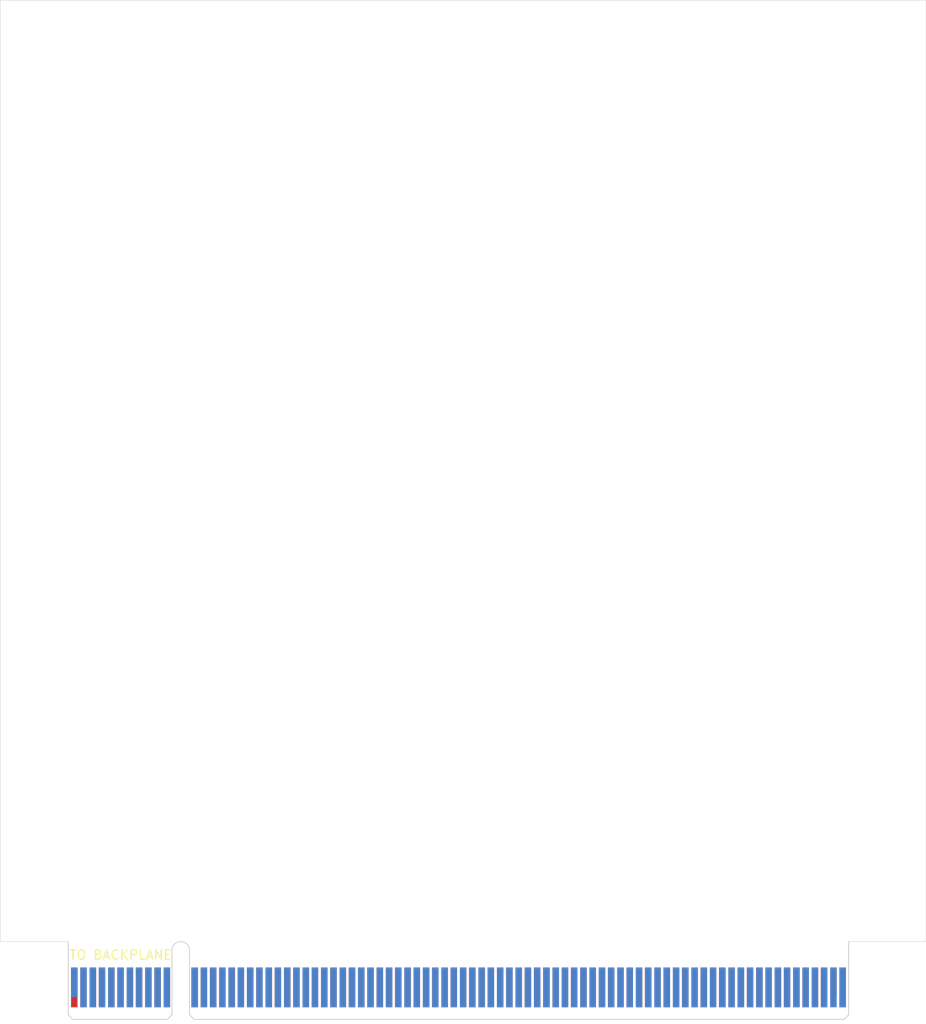
<source format=kicad_pcb>
(kicad_pcb (version 20241229) (generator "pcbnew") (generator_version "9.0")
  (layers (0 "F.Cu" signal) (2 "B.Cu" signal) (13 "F.Paste" user) (15 "B.Paste" user) (5 "F.SilkS" user "F.Silkscreen") (7 "B.SilkS" user "B.Silkscreen") (1 "F.Mask" user) (3 "B.Mask" user) (25 "Edge.Cuts" user))
  (net 0 "")
  (net 1 "/IntReq")
  (net 2 "/BUS1")
  (net 3 "/Reset")
  (net 4 "/AddrLowIn")
  (net 5 "/AddrInc")
  (net 6 "VCC")
  (net 7 "GND")
  (net 8 "/BUS7")
  (net 9 "/AddrDec")
  (net 10 "/BUS3")
  (net 11 "/BUS2")
  (net 12 "/BUS6")
  (net 13 "/~{Clk}")
  (net 14 "/Pulse")
  (net 15 "/BUS0")
  (net 16 "/BUS5")
  (net 17 "/BUS4")
  (net 18 "/AddrHighIn")
  (net 23 "/~{MemWrite}")
  (net 26 "/~{Halt}")
  (net 59 "/~{Wait}")
  (net 67 "/~{IntAck}")
  (net 73 "/~{MemRead}")
  (footprint "Connector_PCBEdge:BUS_PCIexpress_x16" (layer "F.Cu") (at 78 129.55)
    (property "Reference" "TO BACKPLANE" (at 5 -3.5 0) (layer "F.SilkS"))
    (property "Value" "BusConnector" (hide yes))
    (fp_line (start -0.65 -4.95) (end -0.65 2.95) (stroke (width 0.1)) (layer "Edge.Cuts"))
    (fp_line (start -0.65 2.95) (end -0.15 3.45) (stroke (width 0.1)) (layer "Edge.Cuts"))
    (fp_line (start -0.15 3.45) (end 10.05 3.45) (stroke (width 0.1)) (layer "Edge.Cuts"))
    (fp_line (start 10.55 -4) (end 10.55 2.95) (stroke (width 0.1)) (layer "Edge.Cuts"))
    (fp_line (start 10.55 2.95) (end 10.05 3.45) (stroke (width 0.1)) (layer "Edge.Cuts"))
    (fp_line (start 12.45 -4) (end 12.45 2.95) (stroke (width 0.1)) (layer "Edge.Cuts"))
    (fp_line (start 12.45 2.95) (end 12.95 3.45) (stroke (width 0.1)) (layer "Edge.Cuts"))
    (fp_line (start 12.95 3.45) (end 83.15 3.45) (stroke (width 0.1)) (layer "Edge.Cuts"))
    (fp_line (start 83.65 -4.95) (end 83.65 2.95) (stroke (width 0.1)) (layer "Edge.Cuts"))
    (fp_line (start 83.65 2.95) (end 83.15 3.45) (stroke (width 0.1)) (layer "Edge.Cuts"))
    (fp_arc (start 10.55 -4) (mid 11.5 -4.95) (end 12.45 -4) (stroke (width 0.1)) (layer "Edge.Cuts"))
    (pad "A1" connect rect (at 0 -0.55) (size 0.7 3.2) (layers "B.Cu" "B.Mask") (net 6 "VCC"))
    (pad "A2" connect rect (at 1 0) (size 0.7 4.3) (layers "B.Cu" "B.Mask") (net 6 "VCC"))
    (pad "A3" connect rect (at 2 0) (size 0.7 4.3) (layers "B.Cu" "B.Mask") (net 6 "VCC"))
    (pad "A4" connect rect (at 3 0) (size 0.7 4.3) (layers "B.Cu" "B.Mask") (net 6 "VCC"))
    (pad "A5" connect rect (at 4 0) (size 0.7 4.3) (layers "B.Cu" "B.Mask") (net 6 "VCC"))
    (pad "A6" connect rect (at 5 0) (size 0.7 4.3) (layers "B.Cu" "B.Mask"))
    (pad "A7" connect rect (at 6 0) (size 0.7 4.3) (layers "B.Cu" "B.Mask"))
    (pad "A8" connect rect (at 7 0) (size 0.7 4.3) (layers "B.Cu" "B.Mask"))
    (pad "A9" connect rect (at 8 0) (size 0.7 4.3) (layers "B.Cu" "B.Mask"))
    (pad "A10" connect rect (at 9 0) (size 0.7 4.3) (layers "B.Cu" "B.Mask"))
    (pad "A11" connect rect (at 10 0) (size 0.7 4.3) (layers "B.Cu" "B.Mask"))
    (pad "A12" connect rect (at 13 0) (size 0.7 4.3) (layers "B.Cu" "B.Mask") (net 7 "GND"))
    (pad "A13" connect rect (at 14 0) (size 0.7 4.3) (layers "B.Cu" "B.Mask") (net 7 "GND"))
    (pad "A14" connect rect (at 15 0) (size 0.7 4.3) (layers "B.Cu" "B.Mask") (net 23 "/~{MemWrite}"))
    (pad "A15" connect rect (at 16 0) (size 0.7 4.3) (layers "B.Cu" "B.Mask"))
    (pad "A16" connect rect (at 17 0) (size 0.7 4.3) (layers "B.Cu" "B.Mask"))
    (pad "A17" connect rect (at 18 0) (size 0.7 4.3) (layers "B.Cu" "B.Mask"))
    (pad "A18" connect rect (at 19 0) (size 0.7 4.3) (layers "B.Cu" "B.Mask"))
    (pad "A19" connect rect (at 20 0) (size 0.7 4.3) (layers "B.Cu" "B.Mask"))
    (pad "A20" connect rect (at 21 0) (size 0.7 4.3) (layers "B.Cu" "B.Mask"))
    (pad "A21" connect rect (at 22 0) (size 0.7 4.3) (layers "B.Cu" "B.Mask"))
    (pad "A22" connect rect (at 23 0) (size 0.7 4.3) (layers "B.Cu" "B.Mask"))
    (pad "A23" connect rect (at 24 0) (size 0.7 4.3) (layers "B.Cu" "B.Mask") (net 7 "GND"))
    (pad "A24" connect rect (at 25 0) (size 0.7 4.3) (layers "B.Cu" "B.Mask"))
    (pad "A25" connect rect (at 26 0) (size 0.7 4.3) (layers "B.Cu" "B.Mask"))
    (pad "A26" connect rect (at 27 0) (size 0.7 4.3) (layers "B.Cu" "B.Mask"))
    (pad "A27" connect rect (at 28 0) (size 0.7 4.3) (layers "B.Cu" "B.Mask"))
    (pad "A28" connect rect (at 29 0) (size 0.7 4.3) (layers "B.Cu" "B.Mask"))
    (pad "A29" connect rect (at 30 0) (size 0.7 4.3) (layers "B.Cu" "B.Mask"))
    (pad "A30" connect rect (at 31 0) (size 0.7 4.3) (layers "B.Cu" "B.Mask") (net 18 "/AddrHighIn"))
    (pad "A31" connect rect (at 32 0) (size 0.7 4.3) (layers "B.Cu" "B.Mask") (net 4 "/AddrLowIn"))
    (pad "A32" connect rect (at 33 0) (size 0.7 4.3) (layers "B.Cu" "B.Mask") (net 7 "GND"))
    (pad "A33" connect rect (at 34 0) (size 0.7 4.3) (layers "B.Cu" "B.Mask"))
    (pad "A34" connect rect (at 35 0) (size 0.7 4.3) (layers "B.Cu" "B.Mask"))
    (pad "A35" connect rect (at 36 0) (size 0.7 4.3) (layers "B.Cu" "B.Mask"))
    (pad "A36" connect rect (at 37 0) (size 0.7 4.3) (layers "B.Cu" "B.Mask"))
    (pad "A37" connect rect (at 38 0) (size 0.7 4.3) (layers "B.Cu" "B.Mask"))
    (pad "A38" connect rect (at 39 0) (size 0.7 4.3) (layers "B.Cu" "B.Mask"))
    (pad "A39" connect rect (at 40 0) (size 0.7 4.3) (layers "B.Cu" "B.Mask"))
    (pad "A40" connect rect (at 41 0) (size 0.7 4.3) (layers "B.Cu" "B.Mask"))
    (pad "A41" connect rect (at 42 0) (size 0.7 4.3) (layers "B.Cu" "B.Mask") (net 7 "GND"))
    (pad "A42" connect rect (at 43 0) (size 0.7 4.3) (layers "B.Cu" "B.Mask"))
    (pad "A43" connect rect (at 44 0) (size 0.7 4.3) (layers "B.Cu" "B.Mask"))
    (pad "A44" connect rect (at 45 0) (size 0.7 4.3) (layers "B.Cu" "B.Mask"))
    (pad "A45" connect rect (at 46 0) (size 0.7 4.3) (layers "B.Cu" "B.Mask"))
    (pad "A46" connect rect (at 47 0) (size 0.7 4.3) (layers "B.Cu" "B.Mask"))
    (pad "A47" connect rect (at 48 0) (size 0.7 4.3) (layers "B.Cu" "B.Mask"))
    (pad "A48" connect rect (at 49 0) (size 0.7 4.3) (layers "B.Cu" "B.Mask"))
    (pad "A49" connect rect (at 50 0) (size 0.7 4.3) (layers "B.Cu" "B.Mask"))
    (pad "A50" connect rect (at 51 0) (size 0.7 4.3) (layers "B.Cu" "B.Mask") (net 7 "GND"))
    (pad "A51" connect rect (at 52 0) (size 0.7 4.3) (layers "B.Cu" "B.Mask") (net 15 "/BUS0"))
    (pad "A52" connect rect (at 53 0) (size 0.7 4.3) (layers "B.Cu" "B.Mask") (net 2 "/BUS1"))
    (pad "A53" connect rect (at 54 0) (size 0.7 4.3) (layers "B.Cu" "B.Mask") (net 11 "/BUS2"))
    (pad "A54" connect rect (at 55 0) (size 0.7 4.3) (layers "B.Cu" "B.Mask") (net 10 "/BUS3"))
    (pad "A55" connect rect (at 56 0) (size 0.7 4.3) (layers "B.Cu" "B.Mask") (net 17 "/BUS4"))
    (pad "A56" connect rect (at 57 0) (size 0.7 4.3) (layers "B.Cu" "B.Mask") (net 16 "/BUS5"))
    (pad "A57" connect rect (at 58 0) (size 0.7 4.3) (layers "B.Cu" "B.Mask") (net 12 "/BUS6"))
    (pad "A58" connect rect (at 59 0) (size 0.7 4.3) (layers "B.Cu" "B.Mask") (net 8 "/BUS7"))
    (pad "A59" connect rect (at 60 0) (size 0.7 4.3) (layers "B.Cu" "B.Mask") (net 7 "GND"))
    (pad "A60" connect rect (at 61 0) (size 0.7 4.3) (layers "B.Cu" "B.Mask"))
    (pad "A61" connect rect (at 62 0) (size 0.7 4.3) (layers "B.Cu" "B.Mask"))
    (pad "A62" connect rect (at 63 0) (size 0.7 4.3) (layers "B.Cu" "B.Mask"))
    (pad "A63" connect rect (at 64 0) (size 0.7 4.3) (layers "B.Cu" "B.Mask") (net 7 "GND"))
    (pad "A64" connect rect (at 65 0) (size 0.7 4.3) (layers "B.Cu" "B.Mask") (net 7 "GND"))
    (pad "A65" connect rect (at 66 0) (size 0.7 4.3) (layers "B.Cu" "B.Mask") (net 7 "GND"))
    (pad "A66" connect rect (at 67 0) (size 0.7 4.3) (layers "B.Cu" "B.Mask") (net 7 "GND"))
    (pad "A67" connect rect (at 68 0) (size 0.7 4.3) (layers "B.Cu" "B.Mask") (net 1 "/IntReq"))
    (pad "A68" connect rect (at 69 0) (size 0.7 4.3) (layers "B.Cu" "B.Mask") (net 59 "/~{Wait}"))
    (pad "A69" connect rect (at 70 0) (size 0.7 4.3) (layers "B.Cu" "B.Mask") (net 3 "/Reset"))
    (pad "A70" connect rect (at 71 0) (size 0.7 4.3) (layers "B.Cu" "B.Mask") (net 7 "GND"))
    (pad "A71" connect rect (at 72 0) (size 0.7 4.3) (layers "B.Cu" "B.Mask") (net 7 "GND"))
    (pad "A72" connect rect (at 73 0) (size 0.7 4.3) (layers "B.Cu" "B.Mask") (net 7 "GND"))
    (pad "A73" connect rect (at 74 0) (size 0.7 4.3) (layers "B.Cu" "B.Mask") (net 7 "GND"))
    (pad "A74" connect rect (at 75 0) (size 0.7 4.3) (layers "B.Cu" "B.Mask") (net 7 "GND"))
    (pad "A75" connect rect (at 76 0) (size 0.7 4.3) (layers "B.Cu" "B.Mask") (net 7 "GND"))
    (pad "A76" connect rect (at 77 0) (size 0.7 4.3) (layers "B.Cu" "B.Mask") (net 7 "GND"))
    (pad "A77" connect rect (at 78 0) (size 0.7 4.3) (layers "B.Cu" "B.Mask"))
    (pad "A78" connect rect (at 79 0) (size 0.7 4.3) (layers "B.Cu" "B.Mask"))
    (pad "A79" connect rect (at 80 0) (size 0.7 4.3) (layers "B.Cu" "B.Mask"))
    (pad "A80" connect rect (at 81 0) (size 0.7 4.3) (layers "B.Cu" "B.Mask"))
    (pad "A81" connect rect (at 82 0) (size 0.7 4.3) (layers "B.Cu" "B.Mask"))
    (pad "A82" connect rect (at 83 0) (size 0.7 4.3) (layers "B.Cu" "B.Mask"))
    (pad "B1" connect rect (at 0 0) (size 0.7 4.3) (layers "F.Cu" "F.Mask") (net 6 "VCC"))
    (pad "B2" connect rect (at 1 0) (size 0.7 4.3) (layers "F.Cu" "F.Mask") (net 6 "VCC"))
    (pad "B3" connect rect (at 2 0) (size 0.7 4.3) (layers "F.Cu" "F.Mask") (net 6 "VCC"))
    (pad "B4" connect rect (at 3 0) (size 0.7 4.3) (layers "F.Cu" "F.Mask") (net 6 "VCC"))
    (pad "B5" connect rect (at 4 0) (size 0.7 4.3) (layers "F.Cu" "F.Mask") (net 6 "VCC"))
    (pad "B6" connect rect (at 5 0) (size 0.7 4.3) (layers "F.Cu" "F.Mask"))
    (pad "B7" connect rect (at 6 0) (size 0.7 4.3) (layers "F.Cu" "F.Mask"))
    (pad "B8" connect rect (at 7 0) (size 0.7 4.3) (layers "F.Cu" "F.Mask"))
    (pad "B9" connect rect (at 8 0) (size 0.7 4.3) (layers "F.Cu" "F.Mask"))
    (pad "B10" connect rect (at 9 0) (size 0.7 4.3) (layers "F.Cu" "F.Mask"))
    (pad "B11" connect rect (at 10 0) (size 0.7 4.3) (layers "F.Cu" "F.Mask"))
    (pad "B12" connect rect (at 13 0) (size 0.7 4.3) (layers "F.Cu" "F.Mask") (net 7 "GND"))
    (pad "B13" connect rect (at 14 0) (size 0.7 4.3) (layers "F.Cu" "F.Mask") (net 7 "GND"))
    (pad "B14" connect rect (at 15 0) (size 0.7 4.3) (layers "F.Cu" "F.Mask") (net 73 "/~{MemRead}"))
    (pad "B15" connect rect (at 16 0) (size 0.7 4.3) (layers "F.Cu" "F.Mask"))
    (pad "B16" connect rect (at 17 0) (size 0.7 4.3) (layers "F.Cu" "F.Mask"))
    (pad "B17" connect rect (at 18 0) (size 0.7 4.3) (layers "F.Cu" "F.Mask"))
    (pad "B18" connect rect (at 19 0) (size 0.7 4.3) (layers "F.Cu" "F.Mask"))
    (pad "B19" connect rect (at 20 0) (size 0.7 4.3) (layers "F.Cu" "F.Mask"))
    (pad "B20" connect rect (at 21 0) (size 0.7 4.3) (layers "F.Cu" "F.Mask"))
    (pad "B21" connect rect (at 22 0) (size 0.7 4.3) (layers "F.Cu" "F.Mask"))
    (pad "B22" connect rect (at 23 0) (size 0.7 4.3) (layers "F.Cu" "F.Mask"))
    (pad "B23" connect rect (at 24 0) (size 0.7 4.3) (layers "F.Cu" "F.Mask") (net 7 "GND"))
    (pad "B24" connect rect (at 25 0) (size 0.7 4.3) (layers "F.Cu" "F.Mask"))
    (pad "B25" connect rect (at 26 0) (size 0.7 4.3) (layers "F.Cu" "F.Mask"))
    (pad "B26" connect rect (at 27 0) (size 0.7 4.3) (layers "F.Cu" "F.Mask"))
    (pad "B27" connect rect (at 28 0) (size 0.7 4.3) (layers "F.Cu" "F.Mask"))
    (pad "B28" connect rect (at 29 0) (size 0.7 4.3) (layers "F.Cu" "F.Mask"))
    (pad "B29" connect rect (at 30 0) (size 0.7 4.3) (layers "F.Cu" "F.Mask"))
    (pad "B30" connect rect (at 31 0) (size 0.7 4.3) (layers "F.Cu" "F.Mask"))
    (pad "B31" connect rect (at 32 0) (size 0.7 4.3) (layers "F.Cu" "F.Mask") (net 67 "/~{IntAck}"))
    (pad "B32" connect rect (at 33 0) (size 0.7 4.3) (layers "F.Cu" "F.Mask") (net 7 "GND"))
    (pad "B33" connect rect (at 34 0) (size 0.7 4.3) (layers "F.Cu" "F.Mask"))
    (pad "B34" connect rect (at 35 0) (size 0.7 4.3) (layers "F.Cu" "F.Mask"))
    (pad "B35" connect rect (at 36 0) (size 0.7 4.3) (layers "F.Cu" "F.Mask"))
    (pad "B36" connect rect (at 37 0) (size 0.7 4.3) (layers "F.Cu" "F.Mask"))
    (pad "B37" connect rect (at 38 0) (size 0.7 4.3) (layers "F.Cu" "F.Mask"))
    (pad "B38" connect rect (at 39 0) (size 0.7 4.3) (layers "F.Cu" "F.Mask"))
    (pad "B39" connect rect (at 40 0) (size 0.7 4.3) (layers "F.Cu" "F.Mask"))
    (pad "B40" connect rect (at 41 0) (size 0.7 4.3) (layers "F.Cu" "F.Mask"))
    (pad "B41" connect rect (at 42 0) (size 0.7 4.3) (layers "F.Cu" "F.Mask") (net 7 "GND"))
    (pad "B42" connect rect (at 43 0) (size 0.7 4.3) (layers "F.Cu" "F.Mask"))
    (pad "B43" connect rect (at 44 0) (size 0.7 4.3) (layers "F.Cu" "F.Mask"))
    (pad "B44" connect rect (at 45 0) (size 0.7 4.3) (layers "F.Cu" "F.Mask"))
    (pad "B45" connect rect (at 46 0) (size 0.7 4.3) (layers "F.Cu" "F.Mask"))
    (pad "B46" connect rect (at 47 0) (size 0.7 4.3) (layers "F.Cu" "F.Mask") (net 26 "/~{Halt}"))
    (pad "B47" connect rect (at 48 0) (size 0.7 4.3) (layers "F.Cu" "F.Mask"))
    (pad "B48" connect rect (at 49 0) (size 0.7 4.3) (layers "F.Cu" "F.Mask"))
    (pad "B49" connect rect (at 50 0) (size 0.7 4.3) (layers "F.Cu" "F.Mask"))
    (pad "B50" connect rect (at 51 0) (size 0.7 4.3) (layers "F.Cu" "F.Mask") (net 7 "GND"))
    (pad "B51" connect rect (at 52 0) (size 0.7 4.3) (layers "F.Cu" "F.Mask"))
    (pad "B52" connect rect (at 53 0) (size 0.7 4.3) (layers "F.Cu" "F.Mask"))
    (pad "B53" connect rect (at 54 0) (size 0.7 4.3) (layers "F.Cu" "F.Mask"))
    (pad "B54" connect rect (at 55 0) (size 0.7 4.3) (layers "F.Cu" "F.Mask"))
    (pad "B55" connect rect (at 56 0) (size 0.7 4.3) (layers "F.Cu" "F.Mask"))
    (pad "B56" connect rect (at 57 0) (size 0.7 4.3) (layers "F.Cu" "F.Mask"))
    (pad "B57" connect rect (at 58 0) (size 0.7 4.3) (layers "F.Cu" "F.Mask"))
    (pad "B58" connect rect (at 59 0) (size 0.7 4.3) (layers "F.Cu" "F.Mask"))
    (pad "B59" connect rect (at 60 0) (size 0.7 4.3) (layers "F.Cu" "F.Mask") (net 7 "GND"))
    (pad "B60" connect rect (at 61 0) (size 0.7 4.3) (layers "F.Cu" "F.Mask") (net 9 "/AddrDec"))
    (pad "B61" connect rect (at 62 0) (size 0.7 4.3) (layers "F.Cu" "F.Mask") (net 5 "/AddrInc"))
    (pad "B62" connect rect (at 63 0) (size 0.7 4.3) (layers "F.Cu" "F.Mask") (net 7 "GND"))
    (pad "B63" connect rect (at 64 0) (size 0.7 4.3) (layers "F.Cu" "F.Mask") (net 7 "GND"))
    (pad "B64" connect rect (at 65 0) (size 0.7 4.3) (layers "F.Cu" "F.Mask") (net 7 "GND"))
    (pad "B65" connect rect (at 66 0) (size 0.7 4.3) (layers "F.Cu" "F.Mask") (net 7 "GND"))
    (pad "B66" connect rect (at 67 0) (size 0.7 4.3) (layers "F.Cu" "F.Mask") (net 7 "GND"))
    (pad "B67" connect rect (at 68 0) (size 0.7 4.3) (layers "F.Cu" "F.Mask") (net 7 "GND"))
    (pad "B68" connect rect (at 69 0) (size 0.7 4.3) (layers "F.Cu" "F.Mask") (net 7 "GND"))
    (pad "B69" connect rect (at 70 0) (size 0.7 4.3) (layers "F.Cu" "F.Mask") (net 7 "GND"))
    (pad "B70" connect rect (at 71 0) (size 0.7 4.3) (layers "F.Cu" "F.Mask") (net 7 "GND"))
    (pad "B71" connect rect (at 72 0) (size 0.7 4.3) (layers "F.Cu" "F.Mask") (net 7 "GND"))
    (pad "B72" connect rect (at 73 0) (size 0.7 4.3) (layers "F.Cu" "F.Mask") (net 7 "GND"))
    (pad "B73" connect rect (at 74 0) (size 0.7 4.3) (layers "F.Cu" "F.Mask") (net 13 "/~{Clk}"))
    (pad "B74" connect rect (at 75 0) (size 0.7 4.3) (layers "F.Cu" "F.Mask") (net 14 "/Pulse"))
    (pad "B75" connect rect (at 76 0) (size 0.7 4.3) (layers "F.Cu" "F.Mask") (net 7 "GND"))
    (pad "B76" connect rect (at 77 0) (size 0.7 4.3) (layers "F.Cu" "F.Mask") (net 7 "GND"))
    (pad "B77" connect rect (at 78 0) (size 0.7 4.3) (layers "F.Cu" "F.Mask"))
    (pad "B78" connect rect (at 79 0) (size 0.7 4.3) (layers "F.Cu" "F.Mask"))
    (pad "B79" connect rect (at 80 0) (size 0.7 4.3) (layers "F.Cu" "F.Mask"))
    (pad "B80" connect rect (at 81 0) (size 0.7 4.3) (layers "F.Cu" "F.Mask"))
    (pad "B81" connect rect (at 82 -0.55) (size 0.7 3.2) (layers "F.Cu" "F.Mask"))
    (pad "B82" connect rect (at 83 0) (size 0.7 4.3) (layers "F.Cu" "F.Mask"))
  )
  (gr_line (start 170 124) (end 170 124.6) (stroke (width 0.05)) (layer "Edge.Cuts"))
  (gr_line (start 170 123) (end 170 124) (stroke (width 0.05)) (layer "Edge.Cuts"))
  (gr_line (start 77.35 124.6) (end 70 124.6) (stroke (width 0.05)) (layer "Edge.Cuts"))
  (gr_line (start 161.65 124.6) (end 170 124.6) (stroke (width 0.05)) (layer "Edge.Cuts"))
  (gr_line (start 168 23) (end 72 23) (stroke (width 0.05)) (layer "Edge.Cuts"))
  (gr_line (start 170 123) (end 170 23) (stroke (width 0.05)) (layer "Edge.Cuts"))
  (gr_line (start 70 123) (end 70 23) (stroke (width 0.05)) (layer "Edge.Cuts"))
  (gr_line (start 72 23) (end 70 23) (stroke (width 0.05)) (layer "Edge.Cuts"))
  (gr_line (start 70 124) (end 70 123) (stroke (width 0.05)) (layer "Edge.Cuts"))
  (gr_line (start 70 124.6) (end 70 124) (stroke (width 0.05)) (layer "Edge.Cuts"))
  (gr_line (start 170 23) (end 168 23) (stroke (width 0.05)) (layer "Edge.Cuts"))
)
</source>
